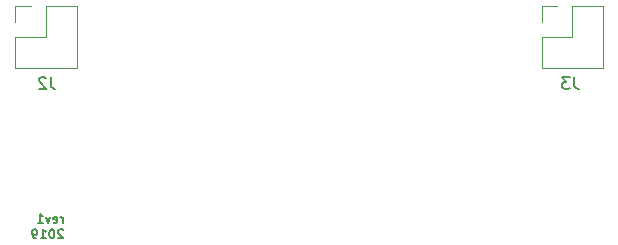
<source format=gbr>
G04 #@! TF.GenerationSoftware,KiCad,Pcbnew,(5.1.2)-2*
G04 #@! TF.CreationDate,2019-09-13T01:35:51-05:00*
G04 #@! TF.ProjectId,breadboard_power,62726561-6462-46f6-9172-645f706f7765,rev?*
G04 #@! TF.SameCoordinates,Original*
G04 #@! TF.FileFunction,Legend,Bot*
G04 #@! TF.FilePolarity,Positive*
%FSLAX46Y46*%
G04 Gerber Fmt 4.6, Leading zero omitted, Abs format (unit mm)*
G04 Created by KiCad (PCBNEW (5.1.2)-2) date 2019-09-13 01:35:51*
%MOMM*%
%LPD*%
G04 APERTURE LIST*
%ADD10C,0.158750*%
%ADD11C,0.120000*%
%ADD12C,0.150000*%
%ADD13R,1.901600X1.901600*%
%ADD14C,1.901600*%
%ADD15R,2.701600X2.701600*%
%ADD16C,2.701600*%
%ADD17O,1.801600X1.801600*%
%ADD18R,1.801600X1.801600*%
G04 APERTURE END LIST*
D10*
X32115383Y-42993839D02*
X32115383Y-42485839D01*
X32115383Y-42630982D02*
X32079098Y-42558410D01*
X32042812Y-42522125D01*
X31970241Y-42485839D01*
X31897669Y-42485839D01*
X31353383Y-42957553D02*
X31425955Y-42993839D01*
X31571098Y-42993839D01*
X31643669Y-42957553D01*
X31679955Y-42884982D01*
X31679955Y-42594696D01*
X31643669Y-42522125D01*
X31571098Y-42485839D01*
X31425955Y-42485839D01*
X31353383Y-42522125D01*
X31317098Y-42594696D01*
X31317098Y-42667267D01*
X31679955Y-42739839D01*
X31063098Y-42485839D02*
X30881669Y-42993839D01*
X30700241Y-42485839D01*
X30010812Y-42993839D02*
X30446241Y-42993839D01*
X30228526Y-42993839D02*
X30228526Y-42231839D01*
X30301098Y-42340696D01*
X30373669Y-42413267D01*
X30446241Y-42449553D01*
X32151669Y-43606160D02*
X32115383Y-43569875D01*
X32042812Y-43533589D01*
X31861383Y-43533589D01*
X31788812Y-43569875D01*
X31752526Y-43606160D01*
X31716241Y-43678732D01*
X31716241Y-43751303D01*
X31752526Y-43860160D01*
X32187955Y-44295589D01*
X31716241Y-44295589D01*
X31244526Y-43533589D02*
X31171955Y-43533589D01*
X31099383Y-43569875D01*
X31063098Y-43606160D01*
X31026812Y-43678732D01*
X30990526Y-43823875D01*
X30990526Y-44005303D01*
X31026812Y-44150446D01*
X31063098Y-44223017D01*
X31099383Y-44259303D01*
X31171955Y-44295589D01*
X31244526Y-44295589D01*
X31317098Y-44259303D01*
X31353383Y-44223017D01*
X31389669Y-44150446D01*
X31425955Y-44005303D01*
X31425955Y-43823875D01*
X31389669Y-43678732D01*
X31353383Y-43606160D01*
X31317098Y-43569875D01*
X31244526Y-43533589D01*
X30264812Y-44295589D02*
X30700241Y-44295589D01*
X30482526Y-44295589D02*
X30482526Y-43533589D01*
X30555098Y-43642446D01*
X30627669Y-43715017D01*
X30700241Y-43751303D01*
X29901955Y-44295589D02*
X29756812Y-44295589D01*
X29684241Y-44259303D01*
X29647955Y-44223017D01*
X29575383Y-44114160D01*
X29539098Y-43969017D01*
X29539098Y-43678732D01*
X29575383Y-43606160D01*
X29611669Y-43569875D01*
X29684241Y-43533589D01*
X29829383Y-43533589D01*
X29901955Y-43569875D01*
X29938241Y-43606160D01*
X29974526Y-43678732D01*
X29974526Y-43860160D01*
X29938241Y-43932732D01*
X29901955Y-43969017D01*
X29829383Y-44005303D01*
X29684241Y-44005303D01*
X29611669Y-43969017D01*
X29575383Y-43932732D01*
X29539098Y-43860160D01*
D11*
X28130000Y-24670000D02*
X28130000Y-26000000D01*
X29460000Y-24670000D02*
X28130000Y-24670000D01*
X28130000Y-27270000D02*
X28130000Y-29870000D01*
X30730000Y-27270000D02*
X28130000Y-27270000D01*
X30730000Y-24670000D02*
X30730000Y-27270000D01*
X28130000Y-29870000D02*
X33330000Y-29870000D01*
X30730000Y-24670000D02*
X33330000Y-24670000D01*
X33330000Y-24670000D02*
X33330000Y-29870000D01*
X77870000Y-24670000D02*
X77870000Y-29870000D01*
X75270000Y-24670000D02*
X77870000Y-24670000D01*
X72670000Y-29870000D02*
X77870000Y-29870000D01*
X75270000Y-24670000D02*
X75270000Y-27270000D01*
X75270000Y-27270000D02*
X72670000Y-27270000D01*
X72670000Y-27270000D02*
X72670000Y-29870000D01*
X74000000Y-24670000D02*
X72670000Y-24670000D01*
X72670000Y-24670000D02*
X72670000Y-26000000D01*
D12*
X31133333Y-30652380D02*
X31133333Y-31366666D01*
X31180952Y-31509523D01*
X31276190Y-31604761D01*
X31419047Y-31652380D01*
X31514285Y-31652380D01*
X30704761Y-30747619D02*
X30657142Y-30700000D01*
X30561904Y-30652380D01*
X30323809Y-30652380D01*
X30228571Y-30700000D01*
X30180952Y-30747619D01*
X30133333Y-30842857D01*
X30133333Y-30938095D01*
X30180952Y-31080952D01*
X30752380Y-31652380D01*
X30133333Y-31652380D01*
X75433333Y-30652380D02*
X75433333Y-31366666D01*
X75480952Y-31509523D01*
X75576190Y-31604761D01*
X75719047Y-31652380D01*
X75814285Y-31652380D01*
X75052380Y-30652380D02*
X74433333Y-30652380D01*
X74766666Y-31033333D01*
X74623809Y-31033333D01*
X74528571Y-31080952D01*
X74480952Y-31128571D01*
X74433333Y-31223809D01*
X74433333Y-31461904D01*
X74480952Y-31557142D01*
X74528571Y-31604761D01*
X74623809Y-31652380D01*
X74909523Y-31652380D01*
X75004761Y-31604761D01*
X75052380Y-31557142D01*
%LPC*%
D13*
X43750000Y-40710000D03*
D14*
X43750000Y-43250000D03*
D15*
X52750000Y-33500000D03*
D16*
X52750000Y-39500000D03*
X57450000Y-36500000D03*
D17*
X32000000Y-28540000D03*
X32000000Y-26000000D03*
X29460000Y-28540000D03*
D18*
X29460000Y-26000000D03*
X74000000Y-26000000D03*
D17*
X74000000Y-28540000D03*
X76540000Y-26000000D03*
X76540000Y-28540000D03*
M02*

</source>
